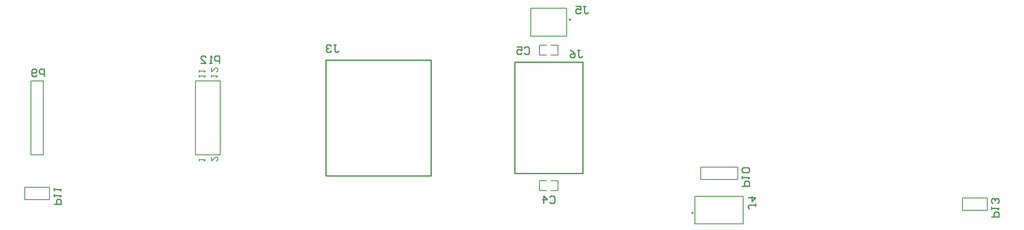
<source format=gbo>
G04*
G04 #@! TF.GenerationSoftware,Altium Limited,Altium Designer,22.0.2 (36)*
G04*
G04 Layer_Color=32896*
%FSLAX25Y25*%
%MOIN*%
G70*
G04*
G04 #@! TF.SameCoordinates,56459691-F754-409E-A27A-4289B83DE6E3*
G04*
G04*
G04 #@! TF.FilePolarity,Positive*
G04*
G01*
G75*
%ADD10C,0.01000*%
%ADD32C,0.00984*%
%ADD33C,0.00787*%
%ADD34C,0.00800*%
D10*
X110236Y-45276D02*
Y45276D01*
X165354Y-45276D02*
Y45276D01*
X110236Y-45276D02*
X165354D01*
X110236Y45276D02*
X165354D01*
X42500Y-47000D02*
Y47000D01*
X-42500Y-47000D02*
Y47000D01*
X42500D01*
X-42500Y-47000D02*
X42500D01*
X495683Y-80600D02*
X501682D01*
Y-77601D01*
X500682Y-76601D01*
X498682D01*
X497683Y-77601D01*
Y-80600D01*
X495683Y-74602D02*
Y-72603D01*
Y-73602D01*
X501682D01*
X500682Y-74602D01*
Y-69604D02*
X501682Y-68604D01*
Y-66605D01*
X500682Y-65605D01*
X499682D01*
X498682Y-66605D01*
Y-67604D01*
Y-66605D01*
X497683Y-65605D01*
X496683D01*
X495683Y-66605D01*
Y-68604D01*
X496683Y-69604D01*
X-128400Y44300D02*
Y50298D01*
X-131399D01*
X-132399Y49298D01*
Y47299D01*
X-131399Y46299D01*
X-128400D01*
X-134398Y44300D02*
X-136397D01*
X-135398D01*
Y50298D01*
X-134398Y49298D01*
X-143395Y44300D02*
X-139396D01*
X-143395Y48299D01*
Y49298D01*
X-142395Y50298D01*
X-140396D01*
X-139396Y49298D01*
X-262191Y-70100D02*
X-256192D01*
Y-67101D01*
X-257192Y-66101D01*
X-259192D01*
X-260191Y-67101D01*
Y-70100D01*
X-262191Y-64102D02*
Y-62103D01*
Y-63102D01*
X-256192D01*
X-257192Y-64102D01*
X-262191Y-59104D02*
Y-57104D01*
Y-58104D01*
X-256192D01*
X-257192Y-59104D01*
X293991Y-55600D02*
X299989D01*
Y-52601D01*
X298989Y-51601D01*
X296990D01*
X295990Y-52601D01*
Y-55600D01*
X293991Y-49602D02*
Y-47603D01*
Y-48602D01*
X299989D01*
X298989Y-49602D01*
Y-44604D02*
X299989Y-43604D01*
Y-41605D01*
X298989Y-40605D01*
X294990D01*
X293991Y-41605D01*
Y-43604D01*
X294990Y-44604D01*
X298989D01*
X-269990Y33400D02*
Y39398D01*
X-272990D01*
X-273989Y38398D01*
Y36399D01*
X-272990Y35399D01*
X-269990D01*
X-275989Y34400D02*
X-276988Y33400D01*
X-278988D01*
X-279987Y34400D01*
Y38398D01*
X-278988Y39398D01*
X-276988D01*
X-275989Y38398D01*
Y37399D01*
X-276988Y36399D01*
X-279987D01*
X160901Y54798D02*
X162901D01*
X161901D01*
Y49800D01*
X162901Y48800D01*
X163900D01*
X164900Y49800D01*
X154903Y54798D02*
X156903Y53798D01*
X158902Y51799D01*
Y49800D01*
X157902Y48800D01*
X155903D01*
X154903Y49800D01*
Y50799D01*
X155903Y51799D01*
X158902D01*
X165500Y90499D02*
X167499D01*
X166499D01*
Y85501D01*
X167499Y84501D01*
X168499D01*
X169498Y85501D01*
X159502Y90499D02*
X163500D01*
Y87500D01*
X161501Y88500D01*
X160501D01*
X159502Y87500D01*
Y85501D01*
X160501Y84501D01*
X162501D01*
X163500Y85501D01*
X304889Y-69901D02*
Y-71901D01*
Y-70901D01*
X299890D01*
X298891Y-71901D01*
Y-72900D01*
X299890Y-73900D01*
X298891Y-64903D02*
X304889D01*
X301890Y-67902D01*
Y-63903D01*
X-35999Y59198D02*
X-33999D01*
X-34999D01*
Y54200D01*
X-33999Y53200D01*
X-33000D01*
X-32000Y54200D01*
X-37998Y58198D02*
X-38998Y59198D01*
X-40997D01*
X-41997Y58198D01*
Y57199D01*
X-40997Y56199D01*
X-39997D01*
X-40997D01*
X-41997Y55199D01*
Y54200D01*
X-40997Y53200D01*
X-38998D01*
X-37998Y54200D01*
X118000Y56499D02*
X118999Y57499D01*
X120999D01*
X121998Y56499D01*
Y52501D01*
X120999Y51501D01*
X118999D01*
X118000Y52501D01*
X112002Y57499D02*
X116000D01*
Y54500D01*
X114001Y55500D01*
X113001D01*
X112002Y54500D01*
Y52501D01*
X113001Y51501D01*
X115001D01*
X116000Y52501D01*
X138500Y-64501D02*
X139499Y-63501D01*
X141499D01*
X142498Y-64501D01*
Y-68499D01*
X141499Y-69499D01*
X139499D01*
X138500Y-68499D01*
X133501Y-69499D02*
Y-63501D01*
X136500Y-66500D01*
X132502D01*
D32*
X155512Y79567D02*
G03*
X155512Y79567I-492J0D01*
G01*
X254528Y-77264D02*
G03*
X254528Y-77264I-492J0D01*
G01*
D33*
X130495Y-59000D02*
X135827D01*
X130495Y-51000D02*
X135827D01*
X130445Y-58937D02*
Y-51063D01*
X145195Y-58937D02*
Y-51063D01*
X139764Y-59000D02*
X145195D01*
X139764Y-51000D02*
X145195D01*
X130495Y51000D02*
X135827D01*
X130495Y59000D02*
X135827D01*
X130445Y51063D02*
Y58937D01*
X145195Y51063D02*
Y58937D01*
X139764Y51000D02*
X145195D01*
X139764Y59000D02*
X145195D01*
X123228Y88819D02*
X152362D01*
X123228Y66181D02*
Y88819D01*
Y66181D02*
X152362D01*
Y88819D01*
X492283Y-75000D02*
Y-65000D01*
X472284D02*
X492283D01*
X472284Y-75000D02*
Y-65000D01*
Y-75000D02*
X492283D01*
X-147795Y-30000D02*
X-147795Y30000D01*
X-127795Y30000D01*
X-127795Y-30000D02*
X-127795Y30000D01*
X-147795Y-30000D02*
X-127795Y-30000D01*
X-265591Y-66500D02*
Y-56500D01*
X-285591D02*
X-265591D01*
X-285591Y-66500D02*
Y-56500D01*
Y-66500D02*
X-265591D01*
X260591Y-40000D02*
X290591D01*
Y-50000D02*
Y-40000D01*
X260591Y-50000D02*
X290591D01*
X260591D02*
Y-40000D01*
X-280591Y30000D02*
X-270590D01*
X-280591Y-30000D02*
X-270590D01*
Y30000D01*
X-280591Y-30000D02*
Y30000D01*
X256102Y-86319D02*
Y-63681D01*
X295079D01*
Y-86319D02*
Y-63681D01*
X256102Y-86319D02*
X295079D01*
D34*
X-134795Y33000D02*
Y34666D01*
Y33833D01*
X-129797D01*
X-130630Y33000D01*
X-134795Y40498D02*
Y37165D01*
X-131463Y40498D01*
X-130630D01*
X-129797Y39665D01*
Y37998D01*
X-130630Y37165D01*
X-144795Y37000D02*
Y38666D01*
Y37833D01*
X-139797D01*
X-140630Y37000D01*
X-144795Y33000D02*
Y34666D01*
Y33833D01*
X-139797D01*
X-140630Y33000D01*
X-144795Y-35000D02*
Y-33334D01*
Y-34167D01*
X-139797D01*
X-140630Y-35000D01*
X-134795Y-31668D02*
Y-35000D01*
X-131463Y-31668D01*
X-130630D01*
X-129797Y-32501D01*
Y-34167D01*
X-130630Y-35000D01*
M02*

</source>
